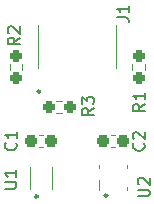
<source format=gto>
G04 #@! TF.GenerationSoftware,KiCad,Pcbnew,(7.0.0)*
G04 #@! TF.CreationDate,2023-05-09T09:59:22+03:00*
G04 #@! TF.ProjectId,IoT_sulari_sensorboard,496f545f-7375-46c6-9172-695f73656e73,rev?*
G04 #@! TF.SameCoordinates,Original*
G04 #@! TF.FileFunction,Legend,Top*
G04 #@! TF.FilePolarity,Positive*
%FSLAX46Y46*%
G04 Gerber Fmt 4.6, Leading zero omitted, Abs format (unit mm)*
G04 Created by KiCad (PCBNEW (7.0.0)) date 2023-05-09 09:59:22*
%MOMM*%
%LPD*%
G01*
G04 APERTURE LIST*
G04 Aperture macros list*
%AMRoundRect*
0 Rectangle with rounded corners*
0 $1 Rounding radius*
0 $2 $3 $4 $5 $6 $7 $8 $9 X,Y pos of 4 corners*
0 Add a 4 corners polygon primitive as box body*
4,1,4,$2,$3,$4,$5,$6,$7,$8,$9,$2,$3,0*
0 Add four circle primitives for the rounded corners*
1,1,$1+$1,$2,$3*
1,1,$1+$1,$4,$5*
1,1,$1+$1,$6,$7*
1,1,$1+$1,$8,$9*
0 Add four rect primitives between the rounded corners*
20,1,$1+$1,$2,$3,$4,$5,0*
20,1,$1+$1,$4,$5,$6,$7,0*
20,1,$1+$1,$6,$7,$8,$9,0*
20,1,$1+$1,$8,$9,$2,$3,0*%
G04 Aperture macros list end*
%ADD10C,0.225000*%
%ADD11C,0.153000*%
%ADD12C,0.120000*%
%ADD13RoundRect,0.237500X0.300000X0.237500X-0.300000X0.237500X-0.300000X-0.237500X0.300000X-0.237500X0*%
%ADD14RoundRect,0.237500X0.237500X-0.250000X0.237500X0.250000X-0.237500X0.250000X-0.237500X-0.250000X0*%
%ADD15RoundRect,0.237500X-0.300000X-0.237500X0.300000X-0.237500X0.300000X0.237500X-0.300000X0.237500X0*%
%ADD16R,0.299999X0.449999*%
%ADD17RoundRect,0.237500X-0.250000X-0.237500X0.250000X-0.237500X0.250000X0.237500X-0.250000X0.237500X0*%
%ADD18R,0.305600X0.706399*%
%ADD19R,1.092200X0.508000*%
%ADD20R,0.762000X2.387600*%
G04 APERTURE END LIST*
D10*
X134912500Y-89800000D02*
G75*
G03*
X134912500Y-89800000I-112500J0D01*
G01*
X134712500Y-98700000D02*
G75*
G03*
X134712500Y-98700000I-112500J0D01*
G01*
X140612500Y-98600000D02*
G75*
G03*
X140612500Y-98600000I-112500J0D01*
G01*
D11*
X132832142Y-94156666D02*
X132879761Y-94204285D01*
X132879761Y-94204285D02*
X132927380Y-94347142D01*
X132927380Y-94347142D02*
X132927380Y-94442380D01*
X132927380Y-94442380D02*
X132879761Y-94585237D01*
X132879761Y-94585237D02*
X132784523Y-94680475D01*
X132784523Y-94680475D02*
X132689285Y-94728094D01*
X132689285Y-94728094D02*
X132498809Y-94775713D01*
X132498809Y-94775713D02*
X132355952Y-94775713D01*
X132355952Y-94775713D02*
X132165476Y-94728094D01*
X132165476Y-94728094D02*
X132070238Y-94680475D01*
X132070238Y-94680475D02*
X131975000Y-94585237D01*
X131975000Y-94585237D02*
X131927380Y-94442380D01*
X131927380Y-94442380D02*
X131927380Y-94347142D01*
X131927380Y-94347142D02*
X131975000Y-94204285D01*
X131975000Y-94204285D02*
X132022619Y-94156666D01*
X132927380Y-93204285D02*
X132927380Y-93775713D01*
X132927380Y-93489999D02*
X131927380Y-93489999D01*
X131927380Y-93489999D02*
X132070238Y-93585237D01*
X132070238Y-93585237D02*
X132165476Y-93680475D01*
X132165476Y-93680475D02*
X132213095Y-93775713D01*
X143767380Y-90866666D02*
X143291190Y-91199999D01*
X143767380Y-91438094D02*
X142767380Y-91438094D01*
X142767380Y-91438094D02*
X142767380Y-91057142D01*
X142767380Y-91057142D02*
X142815000Y-90961904D01*
X142815000Y-90961904D02*
X142862619Y-90914285D01*
X142862619Y-90914285D02*
X142957857Y-90866666D01*
X142957857Y-90866666D02*
X143100714Y-90866666D01*
X143100714Y-90866666D02*
X143195952Y-90914285D01*
X143195952Y-90914285D02*
X143243571Y-90961904D01*
X143243571Y-90961904D02*
X143291190Y-91057142D01*
X143291190Y-91057142D02*
X143291190Y-91438094D01*
X143767380Y-89914285D02*
X143767380Y-90485713D01*
X143767380Y-90199999D02*
X142767380Y-90199999D01*
X142767380Y-90199999D02*
X142910238Y-90295237D01*
X142910238Y-90295237D02*
X143005476Y-90390475D01*
X143005476Y-90390475D02*
X143053095Y-90485713D01*
X143672142Y-94196666D02*
X143719761Y-94244285D01*
X143719761Y-94244285D02*
X143767380Y-94387142D01*
X143767380Y-94387142D02*
X143767380Y-94482380D01*
X143767380Y-94482380D02*
X143719761Y-94625237D01*
X143719761Y-94625237D02*
X143624523Y-94720475D01*
X143624523Y-94720475D02*
X143529285Y-94768094D01*
X143529285Y-94768094D02*
X143338809Y-94815713D01*
X143338809Y-94815713D02*
X143195952Y-94815713D01*
X143195952Y-94815713D02*
X143005476Y-94768094D01*
X143005476Y-94768094D02*
X142910238Y-94720475D01*
X142910238Y-94720475D02*
X142815000Y-94625237D01*
X142815000Y-94625237D02*
X142767380Y-94482380D01*
X142767380Y-94482380D02*
X142767380Y-94387142D01*
X142767380Y-94387142D02*
X142815000Y-94244285D01*
X142815000Y-94244285D02*
X142862619Y-94196666D01*
X142862619Y-93815713D02*
X142815000Y-93768094D01*
X142815000Y-93768094D02*
X142767380Y-93672856D01*
X142767380Y-93672856D02*
X142767380Y-93434761D01*
X142767380Y-93434761D02*
X142815000Y-93339523D01*
X142815000Y-93339523D02*
X142862619Y-93291904D01*
X142862619Y-93291904D02*
X142957857Y-93244285D01*
X142957857Y-93244285D02*
X143053095Y-93244285D01*
X143053095Y-93244285D02*
X143195952Y-93291904D01*
X143195952Y-93291904D02*
X143767380Y-93863332D01*
X143767380Y-93863332D02*
X143767380Y-93244285D01*
X143187380Y-98681904D02*
X143996904Y-98681904D01*
X143996904Y-98681904D02*
X144092142Y-98634285D01*
X144092142Y-98634285D02*
X144139761Y-98586666D01*
X144139761Y-98586666D02*
X144187380Y-98491428D01*
X144187380Y-98491428D02*
X144187380Y-98300952D01*
X144187380Y-98300952D02*
X144139761Y-98205714D01*
X144139761Y-98205714D02*
X144092142Y-98158095D01*
X144092142Y-98158095D02*
X143996904Y-98110476D01*
X143996904Y-98110476D02*
X143187380Y-98110476D01*
X143282619Y-97681904D02*
X143235000Y-97634285D01*
X143235000Y-97634285D02*
X143187380Y-97539047D01*
X143187380Y-97539047D02*
X143187380Y-97300952D01*
X143187380Y-97300952D02*
X143235000Y-97205714D01*
X143235000Y-97205714D02*
X143282619Y-97158095D01*
X143282619Y-97158095D02*
X143377857Y-97110476D01*
X143377857Y-97110476D02*
X143473095Y-97110476D01*
X143473095Y-97110476D02*
X143615952Y-97158095D01*
X143615952Y-97158095D02*
X144187380Y-97729523D01*
X144187380Y-97729523D02*
X144187380Y-97110476D01*
X139467380Y-91216666D02*
X138991190Y-91549999D01*
X139467380Y-91788094D02*
X138467380Y-91788094D01*
X138467380Y-91788094D02*
X138467380Y-91407142D01*
X138467380Y-91407142D02*
X138515000Y-91311904D01*
X138515000Y-91311904D02*
X138562619Y-91264285D01*
X138562619Y-91264285D02*
X138657857Y-91216666D01*
X138657857Y-91216666D02*
X138800714Y-91216666D01*
X138800714Y-91216666D02*
X138895952Y-91264285D01*
X138895952Y-91264285D02*
X138943571Y-91311904D01*
X138943571Y-91311904D02*
X138991190Y-91407142D01*
X138991190Y-91407142D02*
X138991190Y-91788094D01*
X138467380Y-90883332D02*
X138467380Y-90264285D01*
X138467380Y-90264285D02*
X138848333Y-90597618D01*
X138848333Y-90597618D02*
X138848333Y-90454761D01*
X138848333Y-90454761D02*
X138895952Y-90359523D01*
X138895952Y-90359523D02*
X138943571Y-90311904D01*
X138943571Y-90311904D02*
X139038809Y-90264285D01*
X139038809Y-90264285D02*
X139276904Y-90264285D01*
X139276904Y-90264285D02*
X139372142Y-90311904D01*
X139372142Y-90311904D02*
X139419761Y-90359523D01*
X139419761Y-90359523D02*
X139467380Y-90454761D01*
X139467380Y-90454761D02*
X139467380Y-90740475D01*
X139467380Y-90740475D02*
X139419761Y-90835713D01*
X139419761Y-90835713D02*
X139372142Y-90883332D01*
X133187380Y-85256666D02*
X132711190Y-85589999D01*
X133187380Y-85828094D02*
X132187380Y-85828094D01*
X132187380Y-85828094D02*
X132187380Y-85447142D01*
X132187380Y-85447142D02*
X132235000Y-85351904D01*
X132235000Y-85351904D02*
X132282619Y-85304285D01*
X132282619Y-85304285D02*
X132377857Y-85256666D01*
X132377857Y-85256666D02*
X132520714Y-85256666D01*
X132520714Y-85256666D02*
X132615952Y-85304285D01*
X132615952Y-85304285D02*
X132663571Y-85351904D01*
X132663571Y-85351904D02*
X132711190Y-85447142D01*
X132711190Y-85447142D02*
X132711190Y-85828094D01*
X132282619Y-84875713D02*
X132235000Y-84828094D01*
X132235000Y-84828094D02*
X132187380Y-84732856D01*
X132187380Y-84732856D02*
X132187380Y-84494761D01*
X132187380Y-84494761D02*
X132235000Y-84399523D01*
X132235000Y-84399523D02*
X132282619Y-84351904D01*
X132282619Y-84351904D02*
X132377857Y-84304285D01*
X132377857Y-84304285D02*
X132473095Y-84304285D01*
X132473095Y-84304285D02*
X132615952Y-84351904D01*
X132615952Y-84351904D02*
X133187380Y-84923332D01*
X133187380Y-84923332D02*
X133187380Y-84304285D01*
X131907380Y-98031904D02*
X132716904Y-98031904D01*
X132716904Y-98031904D02*
X132812142Y-97984285D01*
X132812142Y-97984285D02*
X132859761Y-97936666D01*
X132859761Y-97936666D02*
X132907380Y-97841428D01*
X132907380Y-97841428D02*
X132907380Y-97650952D01*
X132907380Y-97650952D02*
X132859761Y-97555714D01*
X132859761Y-97555714D02*
X132812142Y-97508095D01*
X132812142Y-97508095D02*
X132716904Y-97460476D01*
X132716904Y-97460476D02*
X131907380Y-97460476D01*
X132907380Y-96460476D02*
X132907380Y-97031904D01*
X132907380Y-96746190D02*
X131907380Y-96746190D01*
X131907380Y-96746190D02*
X132050238Y-96841428D01*
X132050238Y-96841428D02*
X132145476Y-96936666D01*
X132145476Y-96936666D02*
X132193095Y-97031904D01*
X141417380Y-83535533D02*
X142131666Y-83535533D01*
X142131666Y-83535533D02*
X142274523Y-83583152D01*
X142274523Y-83583152D02*
X142369761Y-83678390D01*
X142369761Y-83678390D02*
X142417380Y-83821247D01*
X142417380Y-83821247D02*
X142417380Y-83916485D01*
X142417380Y-82535533D02*
X142417380Y-83106961D01*
X142417380Y-82821247D02*
X141417380Y-82821247D01*
X141417380Y-82821247D02*
X141560238Y-82916485D01*
X141560238Y-82916485D02*
X141655476Y-83011723D01*
X141655476Y-83011723D02*
X141703095Y-83106961D01*
D12*
X135146267Y-94510000D02*
X134853733Y-94510000D01*
X135146267Y-93490000D02*
X134853733Y-93490000D01*
X142727500Y-88004724D02*
X142727500Y-87495276D01*
X143772500Y-88004724D02*
X143772500Y-87495276D01*
X140953733Y-93490000D02*
X141246267Y-93490000D01*
X140953733Y-94510000D02*
X141246267Y-94510000D01*
X139900000Y-98150000D02*
X139900000Y-97300000D01*
X142300000Y-98150000D02*
X142300000Y-97900001D01*
X139900000Y-96299999D02*
X139900000Y-96050000D01*
X142300000Y-96299999D02*
X142300000Y-96050000D01*
X136295276Y-90627500D02*
X136804724Y-90627500D01*
X136295276Y-91672500D02*
X136804724Y-91672500D01*
X132377500Y-88004724D02*
X132377500Y-87495276D01*
X133422500Y-88004724D02*
X133422500Y-87495276D01*
X135927100Y-98027100D02*
X135927100Y-96172900D01*
X134072900Y-96172900D02*
X134072900Y-98027100D01*
X134776500Y-84171200D02*
X134776500Y-87828800D01*
X141380500Y-87828800D02*
X141380500Y-84171200D01*
%LPC*%
D13*
X135862500Y-94000000D03*
X134137500Y-94000000D03*
D14*
X143250000Y-88662500D03*
X143250000Y-86837500D03*
D15*
X140237500Y-94000000D03*
X141962500Y-94000000D03*
D16*
X140449998Y-98074998D03*
X141099999Y-98074998D03*
X141749998Y-98074998D03*
X141749998Y-96125000D03*
X141099999Y-96125000D03*
X140449998Y-96125000D03*
D17*
X135637500Y-91150000D03*
X137462500Y-91150000D03*
D14*
X132900000Y-88662500D03*
X132900000Y-86837500D03*
D18*
X134600000Y-97846899D03*
X135399998Y-97846899D03*
X135399998Y-96353099D03*
X134600000Y-96353099D03*
D19*
X134999999Y-97099999D03*
D20*
X135538499Y-87950000D03*
X135538499Y-84049998D03*
X136808499Y-87950000D03*
X136808499Y-84049998D03*
X138078499Y-87950000D03*
X138078499Y-84049998D03*
X139348499Y-87950000D03*
X139348499Y-84049998D03*
X140618499Y-87950000D03*
X140618499Y-84049998D03*
M02*

</source>
